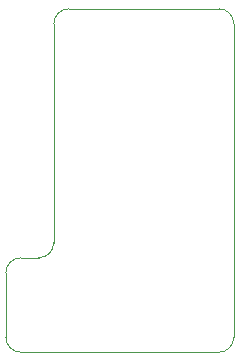
<source format=gko>
G04 Layer_Color=16720538*
%FSAX24Y24*%
%MOIN*%
G70*
G01*
G75*
%ADD33C,0.0010*%
D33*
X024460Y008965D02*
G03*
X024960Y008465I000500J000000D01*
G01*
X031560D02*
G03*
X032060Y008965I000000J000500D01*
G01*
X024960Y011615D02*
G03*
X024460Y011115I000000J-000500D01*
G01*
X025556Y011615D02*
G03*
X026056Y012115I000000J000500D01*
G01*
X032060Y019415D02*
G03*
X031560Y019915I-000500J000000D01*
G01*
X026560D02*
G03*
X026060Y019415I000000J-000500D01*
G01*
X024460Y008965D02*
Y010015D01*
X024960Y008465D02*
X031560D01*
X032060Y008965D02*
Y019415D01*
X024460Y010315D02*
Y011115D01*
X024960Y011615D02*
X025556D01*
X026056Y012115D02*
Y019415D01*
X026560Y019915D02*
X031560D01*
X024460Y010015D02*
Y010315D01*
M02*

</source>
